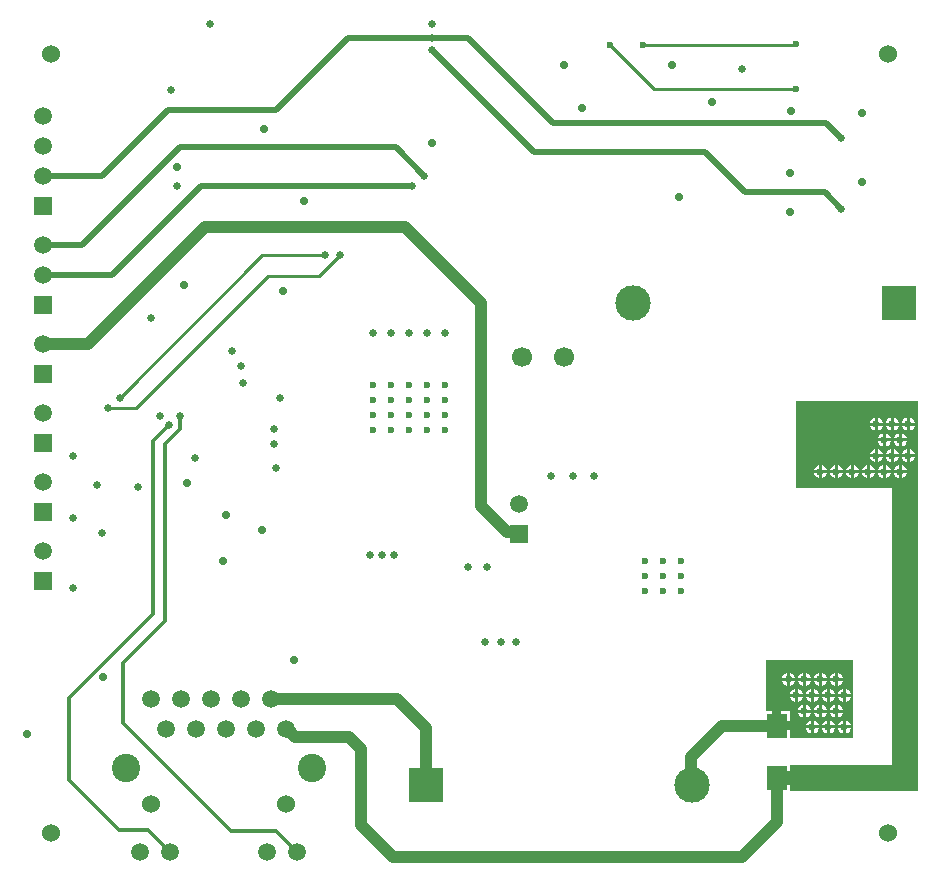
<source format=gbl>
G04*
G04 #@! TF.GenerationSoftware,Altium Limited,Altium Designer,22.7.1 (60)*
G04*
G04 Layer_Physical_Order=4*
G04 Layer_Color=16711680*
%FSLAX25Y25*%
%MOIN*%
G70*
G04*
G04 #@! TF.SameCoordinates,E9EB7054-F832-478C-845A-F08F9BC20AEA*
G04*
G04*
G04 #@! TF.FilePolarity,Positive*
G04*
G01*
G75*
%ADD15C,0.01000*%
%ADD50C,0.11811*%
%ADD51R,0.11811X0.11811*%
%ADD63C,0.01200*%
%ADD64C,0.02000*%
%ADD68C,0.04000*%
%ADD69C,0.06693*%
%ADD70R,0.05906X0.05906*%
%ADD71C,0.05906*%
%ADD72C,0.06000*%
%ADD73C,0.05906*%
%ADD74C,0.09449*%
%ADD75C,0.02559*%
%ADD76C,0.02756*%
%ADD77C,0.02362*%
%ADD78R,0.07087X0.08268*%
G36*
X359000Y145000D02*
X338043D01*
Y147661D01*
X333500D01*
Y149161D01*
X332000D01*
Y154295D01*
X330000D01*
Y171000D01*
X359000D01*
Y145000D01*
D02*
G37*
G36*
X380500Y127500D02*
X338043D01*
Y129589D01*
X333500D01*
Y134089D01*
X338043D01*
Y136000D01*
X372000D01*
Y228500D01*
X340000D01*
Y257500D01*
X380500D01*
Y127500D01*
D02*
G37*
%LPC*%
G36*
X353945Y166918D02*
Y165264D01*
X355598D01*
X355294Y165999D01*
X354680Y166613D01*
X353945Y166918D01*
D02*
G37*
G36*
X352945D02*
X352209Y166613D01*
X351596Y165999D01*
X351291Y165264D01*
X352945D01*
Y166918D01*
D02*
G37*
G36*
X348630D02*
Y165264D01*
X350284D01*
X349979Y165999D01*
X349365Y166613D01*
X348630Y166918D01*
D02*
G37*
G36*
X347630D02*
X346894Y166613D01*
X346281Y165999D01*
X345976Y165264D01*
X347630D01*
Y166918D01*
D02*
G37*
G36*
X343315D02*
Y165264D01*
X344969D01*
X344664Y165999D01*
X344050Y166613D01*
X343315Y166918D01*
D02*
G37*
G36*
X342315D02*
X341579Y166613D01*
X340966Y165999D01*
X340661Y165264D01*
X342315D01*
Y166918D01*
D02*
G37*
G36*
X338000D02*
Y165264D01*
X339654D01*
X339349Y165999D01*
X338735Y166613D01*
X338000Y166918D01*
D02*
G37*
G36*
X337000D02*
X336264Y166613D01*
X335651Y165999D01*
X335346Y165264D01*
X337000D01*
Y166918D01*
D02*
G37*
G36*
X355598Y164264D02*
X353945D01*
Y162610D01*
X354680Y162915D01*
X355294Y163528D01*
X355598Y164264D01*
D02*
G37*
G36*
X352945D02*
X351291D01*
X351596Y163528D01*
X352209Y162915D01*
X352945Y162610D01*
Y164264D01*
D02*
G37*
G36*
X350284D02*
X348630D01*
Y162610D01*
X349365Y162915D01*
X349979Y163528D01*
X350284Y164264D01*
D02*
G37*
G36*
X347630D02*
X345976D01*
X346281Y163528D01*
X346894Y162915D01*
X347630Y162610D01*
Y164264D01*
D02*
G37*
G36*
X344969D02*
X343315D01*
Y162610D01*
X344050Y162915D01*
X344664Y163528D01*
X344969Y164264D01*
D02*
G37*
G36*
X342315D02*
X340661D01*
X340966Y163528D01*
X341579Y162915D01*
X342315Y162610D01*
Y164264D01*
D02*
G37*
G36*
X339654D02*
X338000D01*
Y162610D01*
X338735Y162915D01*
X339349Y163528D01*
X339654Y164264D01*
D02*
G37*
G36*
X337000D02*
X335346D01*
X335651Y163528D01*
X336264Y162915D01*
X337000Y162610D01*
Y164264D01*
D02*
G37*
G36*
X356602Y161602D02*
Y159949D01*
X358256D01*
X357951Y160684D01*
X357338Y161298D01*
X356602Y161602D01*
D02*
G37*
G36*
X355602D02*
X354867Y161298D01*
X354253Y160684D01*
X353949Y159949D01*
X355602D01*
Y161602D01*
D02*
G37*
G36*
X351287D02*
Y159949D01*
X352941D01*
X352636Y160684D01*
X352023Y161298D01*
X351287Y161602D01*
D02*
G37*
G36*
X350287D02*
X349552Y161298D01*
X348938Y160684D01*
X348634Y159949D01*
X350287D01*
Y161602D01*
D02*
G37*
G36*
X345972D02*
Y159949D01*
X347626D01*
X347322Y160684D01*
X346708Y161298D01*
X345972Y161602D01*
D02*
G37*
G36*
X344972D02*
X344237Y161298D01*
X343623Y160684D01*
X343319Y159949D01*
X344972D01*
Y161602D01*
D02*
G37*
G36*
X340657D02*
Y159949D01*
X342311D01*
X342006Y160684D01*
X341393Y161298D01*
X340657Y161602D01*
D02*
G37*
G36*
X339657D02*
X338922Y161298D01*
X338308Y160684D01*
X338004Y159949D01*
X339657D01*
Y161602D01*
D02*
G37*
G36*
X358256Y158949D02*
X356602D01*
Y157295D01*
X357338Y157600D01*
X357951Y158213D01*
X358256Y158949D01*
D02*
G37*
G36*
X355602D02*
X353949D01*
X354253Y158213D01*
X354867Y157600D01*
X355602Y157295D01*
Y158949D01*
D02*
G37*
G36*
X352941D02*
X351287D01*
Y157295D01*
X352023Y157600D01*
X352636Y158213D01*
X352941Y158949D01*
D02*
G37*
G36*
X350287D02*
X348634D01*
X348938Y158213D01*
X349552Y157600D01*
X350287Y157295D01*
Y158949D01*
D02*
G37*
G36*
X347626D02*
X345972D01*
Y157295D01*
X346708Y157600D01*
X347322Y158213D01*
X347626Y158949D01*
D02*
G37*
G36*
X344972D02*
X343319D01*
X343623Y158213D01*
X344237Y157600D01*
X344972Y157295D01*
Y158949D01*
D02*
G37*
G36*
X342311D02*
X340657D01*
Y157295D01*
X341393Y157600D01*
X342006Y158213D01*
X342311Y158949D01*
D02*
G37*
G36*
X339657D02*
X338004D01*
X338308Y158213D01*
X338922Y157600D01*
X339657Y157295D01*
Y158949D01*
D02*
G37*
G36*
X353945Y156288D02*
Y154634D01*
X355598D01*
X355294Y155369D01*
X354680Y155983D01*
X353945Y156288D01*
D02*
G37*
G36*
X352945D02*
X352209Y155983D01*
X351596Y155369D01*
X351291Y154634D01*
X352945D01*
Y156288D01*
D02*
G37*
G36*
X348630D02*
Y154634D01*
X350284D01*
X349979Y155369D01*
X349365Y155983D01*
X348630Y156288D01*
D02*
G37*
G36*
X347630D02*
X346894Y155983D01*
X346281Y155369D01*
X345976Y154634D01*
X347630D01*
Y156288D01*
D02*
G37*
G36*
X343315D02*
Y154634D01*
X344969D01*
X344664Y155369D01*
X344050Y155983D01*
X343315Y156288D01*
D02*
G37*
G36*
X342315D02*
X341579Y155983D01*
X340966Y155369D01*
X340661Y154634D01*
X342315D01*
Y156288D01*
D02*
G37*
G36*
X355598Y153634D02*
X353945D01*
Y151980D01*
X354680Y152285D01*
X355294Y152898D01*
X355598Y153634D01*
D02*
G37*
G36*
X352945D02*
X351291D01*
X351596Y152898D01*
X352209Y152285D01*
X352945Y151980D01*
Y153634D01*
D02*
G37*
G36*
X350284D02*
X348630D01*
Y151980D01*
X349365Y152285D01*
X349979Y152898D01*
X350284Y153634D01*
D02*
G37*
G36*
X347630D02*
X345976D01*
X346281Y152898D01*
X346894Y152285D01*
X347630Y151980D01*
Y153634D01*
D02*
G37*
G36*
X344969D02*
X343315D01*
Y151980D01*
X344050Y152285D01*
X344664Y152898D01*
X344969Y153634D01*
D02*
G37*
G36*
X342315D02*
X340661D01*
X340966Y152898D01*
X341579Y152285D01*
X342315Y151980D01*
Y153634D01*
D02*
G37*
G36*
X338043Y154295D02*
X335000D01*
Y150661D01*
X338043D01*
Y154295D01*
D02*
G37*
G36*
X356602Y150973D02*
Y149319D01*
X358256D01*
X357951Y150054D01*
X357338Y150668D01*
X356602Y150973D01*
D02*
G37*
G36*
X355602D02*
X354867Y150668D01*
X354253Y150054D01*
X353949Y149319D01*
X355602D01*
Y150973D01*
D02*
G37*
G36*
X351287D02*
Y149319D01*
X352941D01*
X352636Y150054D01*
X352023Y150668D01*
X351287Y150973D01*
D02*
G37*
G36*
X350287D02*
X349552Y150668D01*
X348938Y150054D01*
X348634Y149319D01*
X350287D01*
Y150973D01*
D02*
G37*
G36*
X345972D02*
Y149319D01*
X347626D01*
X347322Y150054D01*
X346708Y150668D01*
X345972Y150973D01*
D02*
G37*
G36*
X344972D02*
X344237Y150668D01*
X343623Y150054D01*
X343319Y149319D01*
X344972D01*
Y150973D01*
D02*
G37*
G36*
X358256Y148319D02*
X356602D01*
Y146665D01*
X357338Y146970D01*
X357951Y147583D01*
X358256Y148319D01*
D02*
G37*
G36*
X355602D02*
X353949D01*
X354253Y147583D01*
X354867Y146970D01*
X355602Y146665D01*
Y148319D01*
D02*
G37*
G36*
X352941D02*
X351287D01*
Y146665D01*
X352023Y146970D01*
X352636Y147583D01*
X352941Y148319D01*
D02*
G37*
G36*
X350287D02*
X348634D01*
X348938Y147583D01*
X349552Y146970D01*
X350287Y146665D01*
Y148319D01*
D02*
G37*
G36*
X347626D02*
X345972D01*
Y146665D01*
X346708Y146970D01*
X347322Y147583D01*
X347626Y148319D01*
D02*
G37*
G36*
X344972D02*
X343319D01*
X343623Y147583D01*
X344237Y146970D01*
X344972Y146665D01*
Y148319D01*
D02*
G37*
G36*
X377862Y251957D02*
Y250303D01*
X379516D01*
X379211Y251039D01*
X378598Y251652D01*
X377862Y251957D01*
D02*
G37*
G36*
X376862D02*
X376127Y251652D01*
X375513Y251039D01*
X375208Y250303D01*
X376862D01*
Y251957D01*
D02*
G37*
G36*
X372547D02*
Y250303D01*
X374201D01*
X373896Y251039D01*
X373283Y251652D01*
X372547Y251957D01*
D02*
G37*
G36*
X371547D02*
X370812Y251652D01*
X370198Y251039D01*
X369894Y250303D01*
X371547D01*
Y251957D01*
D02*
G37*
G36*
X367232D02*
Y250303D01*
X368886D01*
X368581Y251039D01*
X367968Y251652D01*
X367232Y251957D01*
D02*
G37*
G36*
X366232D02*
X365497Y251652D01*
X364883Y251039D01*
X364579Y250303D01*
X366232D01*
Y251957D01*
D02*
G37*
G36*
X379516Y249303D02*
X377862D01*
Y247649D01*
X378598Y247954D01*
X379211Y248568D01*
X379516Y249303D01*
D02*
G37*
G36*
X376862D02*
X375208D01*
X375513Y248568D01*
X376127Y247954D01*
X376862Y247649D01*
Y249303D01*
D02*
G37*
G36*
X374201D02*
X372547D01*
Y247649D01*
X373283Y247954D01*
X373896Y248568D01*
X374201Y249303D01*
D02*
G37*
G36*
X371547D02*
X369894D01*
X370198Y248568D01*
X370812Y247954D01*
X371547Y247649D01*
Y249303D01*
D02*
G37*
G36*
X368886D02*
X367232D01*
Y247649D01*
X367968Y247954D01*
X368581Y248568D01*
X368886Y249303D01*
D02*
G37*
G36*
X366232D02*
X364579D01*
X364883Y248568D01*
X365497Y247954D01*
X366232Y247649D01*
Y249303D01*
D02*
G37*
G36*
X375205Y246642D02*
Y244988D01*
X376858D01*
X376554Y245724D01*
X375940Y246337D01*
X375205Y246642D01*
D02*
G37*
G36*
X374205D02*
X373469Y246337D01*
X372856Y245724D01*
X372551Y244988D01*
X374205D01*
Y246642D01*
D02*
G37*
G36*
X369890D02*
Y244988D01*
X371543D01*
X371239Y245724D01*
X370625Y246337D01*
X369890Y246642D01*
D02*
G37*
G36*
X368890D02*
X368154Y246337D01*
X367541Y245724D01*
X367236Y244988D01*
X368890D01*
Y246642D01*
D02*
G37*
G36*
X376858Y243988D02*
X375205D01*
Y242335D01*
X375940Y242639D01*
X376554Y243253D01*
X376858Y243988D01*
D02*
G37*
G36*
X374205D02*
X372551D01*
X372856Y243253D01*
X373469Y242639D01*
X374205Y242335D01*
Y243988D01*
D02*
G37*
G36*
X371543D02*
X369890D01*
Y242335D01*
X370625Y242639D01*
X371239Y243253D01*
X371543Y243988D01*
D02*
G37*
G36*
X368890D02*
X367236D01*
X367541Y243253D01*
X368154Y242639D01*
X368890Y242335D01*
Y243988D01*
D02*
G37*
G36*
X377862Y241327D02*
Y239673D01*
X379516D01*
X379211Y240409D01*
X378598Y241022D01*
X377862Y241327D01*
D02*
G37*
G36*
X376862D02*
X376127Y241022D01*
X375513Y240409D01*
X375208Y239673D01*
X376862D01*
Y241327D01*
D02*
G37*
G36*
X372547D02*
Y239673D01*
X374201D01*
X373896Y240409D01*
X373283Y241022D01*
X372547Y241327D01*
D02*
G37*
G36*
X371547D02*
X370812Y241022D01*
X370198Y240409D01*
X369894Y239673D01*
X371547D01*
Y241327D01*
D02*
G37*
G36*
X367232D02*
Y239673D01*
X368886D01*
X368581Y240409D01*
X367968Y241022D01*
X367232Y241327D01*
D02*
G37*
G36*
X366232D02*
X365497Y241022D01*
X364883Y240409D01*
X364579Y239673D01*
X366232D01*
Y241327D01*
D02*
G37*
G36*
X379516Y238673D02*
X377862D01*
Y237019D01*
X378598Y237324D01*
X379211Y237938D01*
X379516Y238673D01*
D02*
G37*
G36*
X376862D02*
X375208D01*
X375513Y237938D01*
X376127Y237324D01*
X376862Y237019D01*
Y238673D01*
D02*
G37*
G36*
X374201D02*
X372547D01*
Y237019D01*
X373283Y237324D01*
X373896Y237938D01*
X374201Y238673D01*
D02*
G37*
G36*
X371547D02*
X369894D01*
X370198Y237938D01*
X370812Y237324D01*
X371547Y237019D01*
Y238673D01*
D02*
G37*
G36*
X368886D02*
X367232D01*
Y237019D01*
X367968Y237324D01*
X368581Y237938D01*
X368886Y238673D01*
D02*
G37*
G36*
X366232D02*
X364579D01*
X364883Y237938D01*
X365497Y237324D01*
X366232Y237019D01*
Y238673D01*
D02*
G37*
G36*
X375205Y236012D02*
Y234358D01*
X376858D01*
X376554Y235094D01*
X375940Y235707D01*
X375205Y236012D01*
D02*
G37*
G36*
X374205D02*
X373469Y235707D01*
X372856Y235094D01*
X372551Y234358D01*
X374205D01*
Y236012D01*
D02*
G37*
G36*
X369890D02*
Y234358D01*
X371543D01*
X371239Y235094D01*
X370625Y235707D01*
X369890Y236012D01*
D02*
G37*
G36*
X368890D02*
X368154Y235707D01*
X367541Y235094D01*
X367236Y234358D01*
X368890D01*
Y236012D01*
D02*
G37*
G36*
X364575D02*
Y234358D01*
X366229D01*
X365924Y235094D01*
X365310Y235707D01*
X364575Y236012D01*
D02*
G37*
G36*
X363575D02*
X362839Y235707D01*
X362226Y235094D01*
X361921Y234358D01*
X363575D01*
Y236012D01*
D02*
G37*
G36*
X359260D02*
Y234358D01*
X360913D01*
X360609Y235094D01*
X359995Y235707D01*
X359260Y236012D01*
D02*
G37*
G36*
X358260D02*
X357524Y235707D01*
X356911Y235094D01*
X356606Y234358D01*
X358260D01*
Y236012D01*
D02*
G37*
G36*
X353945D02*
Y234358D01*
X355598D01*
X355294Y235094D01*
X354680Y235707D01*
X353945Y236012D01*
D02*
G37*
G36*
X352945D02*
X352209Y235707D01*
X351596Y235094D01*
X351291Y234358D01*
X352945D01*
Y236012D01*
D02*
G37*
G36*
X348630D02*
Y234358D01*
X350284D01*
X349979Y235094D01*
X349365Y235707D01*
X348630Y236012D01*
D02*
G37*
G36*
X347630D02*
X346894Y235707D01*
X346281Y235094D01*
X345976Y234358D01*
X347630D01*
Y236012D01*
D02*
G37*
G36*
X376858Y233358D02*
X375205D01*
Y231704D01*
X375940Y232009D01*
X376554Y232623D01*
X376858Y233358D01*
D02*
G37*
G36*
X374205D02*
X372551D01*
X372856Y232623D01*
X373469Y232009D01*
X374205Y231704D01*
Y233358D01*
D02*
G37*
G36*
X371543D02*
X369890D01*
Y231704D01*
X370625Y232009D01*
X371239Y232623D01*
X371543Y233358D01*
D02*
G37*
G36*
X368890D02*
X367236D01*
X367541Y232623D01*
X368154Y232009D01*
X368890Y231704D01*
Y233358D01*
D02*
G37*
G36*
X366229D02*
X364575D01*
Y231704D01*
X365310Y232009D01*
X365924Y232623D01*
X366229Y233358D01*
D02*
G37*
G36*
X363575D02*
X361921D01*
X362226Y232623D01*
X362839Y232009D01*
X363575Y231704D01*
Y233358D01*
D02*
G37*
G36*
X360913D02*
X359260D01*
Y231704D01*
X359995Y232009D01*
X360609Y232623D01*
X360913Y233358D01*
D02*
G37*
G36*
X358260D02*
X356606D01*
X356911Y232623D01*
X357524Y232009D01*
X358260Y231704D01*
Y233358D01*
D02*
G37*
G36*
X355598D02*
X353945D01*
Y231704D01*
X354680Y232009D01*
X355294Y232623D01*
X355598Y233358D01*
D02*
G37*
G36*
X352945D02*
X351291D01*
X351596Y232623D01*
X352209Y232009D01*
X352945Y231704D01*
Y233358D01*
D02*
G37*
G36*
X350284D02*
X348630D01*
Y231704D01*
X349365Y232009D01*
X349979Y232623D01*
X350284Y233358D01*
D02*
G37*
G36*
X347630D02*
X345976D01*
X346281Y232623D01*
X346894Y232009D01*
X347630Y231704D01*
Y233358D01*
D02*
G37*
%LPD*%
D15*
X181000Y299000D02*
X188000Y306000D01*
X164000Y299000D02*
X181000D01*
X120000Y255000D02*
X164000Y299000D01*
X278000Y376000D02*
X292500Y361500D01*
X340000D01*
X289000Y376000D02*
X339131D01*
X339631Y376500D02*
X340000D01*
X339131Y376000D02*
X339631Y376500D01*
X162000Y306000D02*
X183000D01*
X110500Y255000D02*
X120000D01*
X114500Y258500D02*
X162000Y306000D01*
D50*
X305488Y129500D02*
D03*
X285512Y290000D02*
D03*
D51*
X216512Y129500D02*
D03*
X374488Y290000D02*
D03*
D63*
X129500Y184000D02*
Y243000D01*
X115500Y170000D02*
X129500Y184000D01*
Y243000D02*
X134500Y248000D01*
Y252500D01*
X125500Y244000D02*
X131000Y249500D01*
X125500Y186500D02*
Y244000D01*
X97500Y158500D02*
X125500Y186500D01*
X166618Y114000D02*
X173602Y107016D01*
X115500Y150000D02*
X151500Y114000D01*
X166618D01*
X115500Y150000D02*
Y170000D01*
X124100Y114314D02*
X131398Y107016D01*
X114186Y114314D02*
X124100D01*
X97500Y131000D02*
X114186Y114314D01*
X97500Y131000D02*
Y158500D01*
D64*
X89000Y309500D02*
X102000D01*
X134500Y342000D01*
X89000Y332500D02*
X108500D01*
X130500Y354500D01*
X166500D01*
X112000Y299500D02*
X141500Y329000D01*
X89000Y299500D02*
X112000D01*
X141500Y329000D02*
X212000D01*
X206500Y342000D02*
X216000Y332500D01*
X134500Y342000D02*
X206500D01*
X309500Y340500D02*
X323000Y327000D01*
X349500D02*
X355000Y321500D01*
X323000Y327000D02*
X349500D01*
X230500Y378500D02*
X259000Y350000D01*
X350000D02*
X355000Y345000D01*
X259000Y350000D02*
X350000D01*
X218500Y378500D02*
X230500D01*
X218500Y374500D02*
X252500Y340500D01*
X309500D01*
X190500Y378500D02*
X218500D01*
X166500Y354500D02*
X190500Y378500D01*
D68*
X235000Y222500D02*
X243547Y213953D01*
X235000Y222500D02*
Y290000D01*
X246547Y213953D02*
X247500Y213000D01*
X243547Y213953D02*
X246547D01*
X209500Y315500D02*
X235000Y290000D01*
X143000Y315500D02*
X209500D01*
X89000Y276500D02*
X104000D01*
X143000Y315500D01*
X173016Y145500D02*
X191000D01*
X170516Y148000D02*
X173016Y145500D01*
X191000D02*
X195000Y141500D01*
X170000Y148000D02*
X170516D01*
X195000Y116000D02*
Y141500D01*
Y116000D02*
X205500Y105500D01*
X304913Y130076D02*
X305488Y129500D01*
X304913Y138913D02*
X315161Y149161D01*
X304913Y130076D02*
Y138913D01*
X315161Y149161D02*
X333500D01*
Y117000D02*
Y131839D01*
X322000Y105500D02*
X333500Y117000D01*
X205500Y105500D02*
X322000D01*
X165000Y158000D02*
X207000D01*
X216512Y148488D01*
Y129500D02*
Y148488D01*
D69*
X262500Y272000D02*
D03*
X248721D02*
D03*
D70*
X247500Y213000D02*
D03*
X89000Y266500D02*
D03*
Y220500D02*
D03*
Y197500D02*
D03*
Y243500D02*
D03*
Y322500D02*
D03*
Y289500D02*
D03*
D71*
X247500Y223000D02*
D03*
X89000Y276500D02*
D03*
Y230500D02*
D03*
Y207500D02*
D03*
Y253500D02*
D03*
Y332500D02*
D03*
Y342500D02*
D03*
Y352500D02*
D03*
Y299500D02*
D03*
Y309500D02*
D03*
D72*
X370500Y373000D02*
D03*
X170000Y123000D02*
D03*
X125000Y123000D02*
D03*
X91500Y373000D02*
D03*
Y113500D02*
D03*
X370500D02*
D03*
D73*
X173602Y107016D02*
D03*
X121398D02*
D03*
X163602D02*
D03*
X170000Y148000D02*
D03*
X125000Y158000D02*
D03*
X165000D02*
D03*
X160000Y148000D02*
D03*
X155000Y158000D02*
D03*
X150000Y148000D02*
D03*
X145000Y158000D02*
D03*
X140000Y148000D02*
D03*
X135000Y158000D02*
D03*
X130000Y148000D02*
D03*
X131398Y107016D02*
D03*
D74*
X178504Y135008D02*
D03*
X116496D02*
D03*
D75*
X99000Y239000D02*
D03*
X108500Y213500D02*
D03*
X98925Y195291D02*
D03*
X99000Y218500D02*
D03*
X139630Y238630D02*
D03*
X133500Y329000D02*
D03*
X322000Y368000D02*
D03*
X131500Y361000D02*
D03*
X206027Y206000D02*
D03*
X202008Y206008D02*
D03*
X197973Y206000D02*
D03*
X212000Y329000D02*
D03*
X216000Y332500D02*
D03*
X131000Y249500D02*
D03*
X128000Y252500D02*
D03*
X218500Y374500D02*
D03*
X355000Y345000D02*
D03*
Y321500D02*
D03*
X218500Y378500D02*
D03*
X134500Y252500D02*
D03*
X125000Y285000D02*
D03*
X152000Y274000D02*
D03*
X188000Y306000D02*
D03*
X183000D02*
D03*
X110500Y255000D02*
D03*
X114500Y258500D02*
D03*
X258462Y232492D02*
D03*
X272553D02*
D03*
X265553D02*
D03*
X230772Y202031D02*
D03*
X237000D02*
D03*
X217112Y280109D02*
D03*
X205085D02*
D03*
X199072D02*
D03*
X211099D02*
D03*
X223125D02*
D03*
X246800Y177000D02*
D03*
X241500D02*
D03*
X236200D02*
D03*
X168000Y258500D02*
D03*
X166000Y243000D02*
D03*
Y248000D02*
D03*
X166500Y235000D02*
D03*
X218500Y383000D02*
D03*
X144500D02*
D03*
X155000Y269000D02*
D03*
X155500Y263500D02*
D03*
X107000Y229500D02*
D03*
X120806Y228787D02*
D03*
D76*
X133500Y335500D02*
D03*
X137000Y230000D02*
D03*
X172500Y171000D02*
D03*
X109000Y165500D02*
D03*
X162500Y348000D02*
D03*
X169000Y294000D02*
D03*
X136000Y296000D02*
D03*
X298500Y369500D02*
D03*
X162000Y214500D02*
D03*
X149000Y204000D02*
D03*
X150000Y219500D02*
D03*
X338000Y320500D02*
D03*
X337970Y333529D02*
D03*
X362000Y330411D02*
D03*
Y353500D02*
D03*
X338471Y354029D02*
D03*
X311970Y357030D02*
D03*
X301000Y325500D02*
D03*
X175970Y324029D02*
D03*
X268500Y355000D02*
D03*
X262500Y369500D02*
D03*
X83500Y146500D02*
D03*
X218500Y343500D02*
D03*
D77*
X356102Y159449D02*
D03*
Y148819D02*
D03*
X353445Y164764D02*
D03*
X350787Y159449D02*
D03*
X353445Y154134D02*
D03*
X350787Y148819D02*
D03*
X348130Y164764D02*
D03*
X345472Y159449D02*
D03*
X348130Y154134D02*
D03*
X345472Y148819D02*
D03*
X342815Y164764D02*
D03*
X340157Y159449D02*
D03*
X342815Y154134D02*
D03*
X337500Y164764D02*
D03*
X377362Y249803D02*
D03*
Y239173D02*
D03*
X372047Y249803D02*
D03*
X374705Y244488D02*
D03*
X372047Y239173D02*
D03*
X374705Y233858D02*
D03*
X366732Y249803D02*
D03*
X369390Y244488D02*
D03*
X366732Y239173D02*
D03*
X369390Y233858D02*
D03*
X364075D02*
D03*
X358760D02*
D03*
X353445D02*
D03*
X348130D02*
D03*
X289000Y376000D02*
D03*
X340000Y376500D02*
D03*
X278000Y376000D02*
D03*
X289500Y204000D02*
D03*
Y199000D02*
D03*
Y194000D02*
D03*
X295500D02*
D03*
Y199000D02*
D03*
X301500Y194000D02*
D03*
Y199000D02*
D03*
Y204000D02*
D03*
X295500D02*
D03*
X217072Y247663D02*
D03*
X223072D02*
D03*
Y252663D02*
D03*
X217072D02*
D03*
X205072Y257663D02*
D03*
X199072Y252663D02*
D03*
X211072Y257663D02*
D03*
X205072Y252663D02*
D03*
Y247663D02*
D03*
X211072D02*
D03*
Y252663D02*
D03*
X199072Y247663D02*
D03*
Y257663D02*
D03*
X205072Y262663D02*
D03*
X217072D02*
D03*
X223072D02*
D03*
Y257663D02*
D03*
X217072D02*
D03*
X199072Y262663D02*
D03*
X211072D02*
D03*
X340000Y361500D02*
D03*
D78*
X333500Y149161D02*
D03*
Y131839D02*
D03*
M02*

</source>
